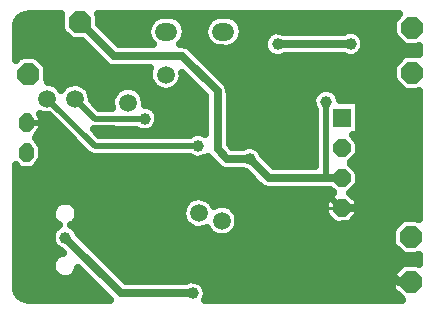
<source format=gbl>
G04 DipTrace 2.4.0.2*
%INBottom.gbl*%
%MOMM*%
%ADD10C,0.25*%
%ADD14C,0.5*%
%ADD15C,0.3*%
%ADD16C,0.7*%
%ADD17C,0.2*%
%ADD20C,0.635*%
%ADD26R,1.6X1.6*%
%ADD27C,1.5*%
%ADD34O,1.9X1.5*%
%ADD35C,1.0*%
%FSLAX53Y53*%
G04*
G71*
G90*
G75*
G01*
%LNBottom*%
%LPD*%
X38544Y21240D2*
D16*
X37224D1*
X32346D1*
X30759Y22826D1*
X28856D1*
X28019Y23663D1*
Y28563D1*
X25036Y31546D1*
X19233D1*
X16376Y34403D1*
X37224Y21240D2*
D14*
Y27672D1*
X39278Y32575D2*
D16*
X33129Y32559D1*
X25936Y11472D2*
X19829D1*
X15129Y16172D1*
X44688Y25230D2*
Y21904D1*
X41488Y18704D1*
X38548D1*
X38544Y18700D1*
X44368Y12432D2*
X43344D1*
X41232Y14544D1*
Y18704D1*
X41488D1*
X38544Y18700D2*
D14*
Y18576D1*
X37200Y19920D1*
X36321D1*
X30673Y14272D1*
X12357Y15966D2*
Y19920D1*
Y20542D1*
X14160Y22345D1*
Y25040D1*
X13284Y25916D1*
X11856D1*
X44688Y25230D2*
D16*
X40497Y29421D1*
X40023D1*
X38068Y31376D1*
X30673Y14272D2*
D14*
X30656D1*
X36304Y19920D2*
X12357D1*
X29329Y24284D2*
D17*
X29359D1*
D16*
Y27103D1*
X38068Y31376D2*
X36421D1*
X29329Y24284D1*
X38544Y18700D2*
D15*
Y18512D1*
X37072Y19984D1*
X21270D1*
D14*
Y22623D1*
X26384Y23952D2*
X17616D1*
X13615Y27953D1*
D17*
X13581D1*
X21840Y26256D2*
D14*
X17616D1*
X15952Y27920D1*
D35*
X15129Y16172D3*
X25936Y11472D3*
X44688Y25230D3*
X30673Y14272D3*
X12357Y15966D3*
X21270Y22623D3*
X26384Y23952D3*
X21840Y26256D3*
X37224Y27672D3*
X30759Y22826D3*
X29359Y27103D3*
X38068Y31376D3*
X29329Y24284D3*
X30673Y14272D3*
X33129Y32559D3*
X39278Y32575D3*
X11095Y34451D2*
D20*
X14699D1*
X18050D2*
X22279D1*
X25115D2*
X27111D1*
X29937D2*
X42847D1*
X10986Y33819D2*
X14729D1*
X18467D2*
X22021D1*
X25363D2*
X26853D1*
X30195D2*
X42837D1*
X10986Y33188D2*
X15244D1*
X19102D2*
X22081D1*
X25313D2*
X26903D1*
X30145D2*
X32072D1*
X40345D2*
X42946D1*
X10986Y32556D2*
X16713D1*
X25264D2*
X27309D1*
X29738D2*
X31893D1*
X40513D2*
X43552D1*
X10986Y31924D2*
X17348D1*
X26166D2*
X32082D1*
X40315D2*
X45020D1*
X13060Y31293D2*
X17973D1*
X26801D2*
X43343D1*
X13615Y30661D2*
X18658D1*
X27427D2*
X42857D1*
X13665Y30029D2*
X22150D1*
X28062D2*
X42837D1*
X13625Y29398D2*
X22269D1*
X24996D2*
X25672D1*
X28697D2*
X42936D1*
X17157Y28766D2*
X19551D1*
X21315D2*
X22805D1*
X24460D2*
X26307D1*
X29083D2*
X36735D1*
X37716D2*
X43532D1*
X17425Y28134D2*
X19054D1*
X21811D2*
X26932D1*
X29103D2*
X36080D1*
X38360D2*
X45020D1*
X17733Y27503D2*
X18945D1*
X21910D2*
X26932D1*
X29103D2*
X36001D1*
X40077D2*
X45020D1*
X22902Y26871D2*
X26932D1*
X29103D2*
X36239D1*
X40077D2*
X45020D1*
X13208Y26239D2*
X13965D1*
X23081D2*
X26932D1*
X29103D2*
X36239D1*
X40077D2*
X45020D1*
X13208Y25608D2*
X14590D1*
X22882D2*
X26932D1*
X29103D2*
X36239D1*
X40077D2*
X45020D1*
X12931Y24976D2*
X15225D1*
X17961D2*
X25752D1*
X29103D2*
X36239D1*
X40077D2*
X45020D1*
X12911Y24344D2*
X15860D1*
X29103D2*
X36239D1*
X39968D2*
X45020D1*
X13208Y23713D2*
X16485D1*
X31594D2*
X36239D1*
X40017D2*
X45020D1*
X13208Y23081D2*
X17249D1*
X32010D2*
X36239D1*
X39888D2*
X45020D1*
X12941Y22449D2*
X27726D1*
X32645D2*
X36239D1*
X39392D2*
X45020D1*
X10986Y21818D2*
X28629D1*
X39958D2*
X45020D1*
X10986Y21186D2*
X30891D1*
X40017D2*
X45020D1*
X10986Y20554D2*
X31526D1*
X39898D2*
X45020D1*
X10986Y19923D2*
X37708D1*
X39382D2*
X45020D1*
X10986Y19291D2*
X14788D1*
X15418D2*
X25404D1*
X27486D2*
X37132D1*
X39958D2*
X45020D1*
X10986Y18659D2*
X14024D1*
X16195D2*
X25017D1*
X29401D2*
X37073D1*
X40017D2*
X45020D1*
X10986Y18028D2*
X13935D1*
X16284D2*
X24978D1*
X29798D2*
X37182D1*
X39908D2*
X45020D1*
X10986Y17396D2*
X14262D1*
X15957D2*
X25256D1*
X29838D2*
X37807D1*
X39283D2*
X43204D1*
X10986Y16764D2*
X14054D1*
X16205D2*
X27161D1*
X29570D2*
X42718D1*
X10986Y16133D2*
X13895D1*
X16681D2*
X42708D1*
X10986Y15501D2*
X14103D1*
X17306D2*
X42807D1*
X10986Y14869D2*
X14709D1*
X17941D2*
X43423D1*
X10986Y14238D2*
X14014D1*
X18576D2*
X45020D1*
X10986Y13606D2*
X13935D1*
X19201D2*
X43224D1*
X10986Y12974D2*
X14282D1*
X15937D2*
X16812D1*
X19836D2*
X42728D1*
X10986Y12343D2*
X17447D1*
X26782D2*
X42708D1*
X11026Y11711D2*
X18082D1*
X27149D2*
X42797D1*
X11512Y11079D2*
X18707D1*
X27109D2*
X43403D1*
X17988Y34474D2*
X17998Y34228D1*
X19660Y32565D1*
X22537Y32569D1*
X22396Y32713D1*
X22224Y32979D1*
X22114Y33277D1*
X22073Y33591D1*
X22103Y33906D1*
X22202Y34207D1*
X22365Y34479D1*
X22584Y34708D1*
X22848Y34883D1*
X23144Y34995D1*
X23496Y35039D1*
X23896Y35029D1*
X23958Y35082D1*
X17916D1*
X17956Y34997D1*
X17988Y34791D1*
Y34474D1*
X16537Y32791D2*
X15987D1*
X15680Y32865D1*
X15512Y32988D1*
X14962Y33538D1*
X14797Y33808D1*
X14765Y34014D1*
X14767Y34803D1*
X14751Y35082D1*
X12055D1*
X11718Y35037D1*
X11463Y34931D1*
X11240Y34760D1*
X11069Y34537D1*
X10962Y34278D1*
X10918Y33940D1*
Y31232D1*
X11128Y31433D1*
X11398Y31598D1*
X11603Y31630D1*
X12381D1*
X12689Y31556D1*
X12857Y31433D1*
X13407Y30883D1*
X13572Y30613D1*
X13604Y30407D1*
X13601Y29618D1*
X13859Y29349D1*
X14161Y29253D1*
X14435Y29092D1*
X14665Y28875D1*
X14771Y28719D1*
X15040Y29012D1*
X15304Y29187D1*
X15600Y29299D1*
X15914Y29342D1*
X16230Y29316D1*
X16532Y29219D1*
X16805Y29059D1*
X17036Y28842D1*
X17213Y28579D1*
X17328Y28284D1*
X17375Y27920D1*
X17363Y27812D1*
X18001Y27176D1*
X19075Y27179D1*
X19009Y27575D1*
X19039Y27890D1*
X19138Y28191D1*
X19301Y28463D1*
X19520Y28692D1*
X19784Y28867D1*
X20080Y28979D1*
X20394Y29022D1*
X20710Y28996D1*
X21012Y28899D1*
X21285Y28739D1*
X21516Y28522D1*
X21693Y28259D1*
X21808Y27964D1*
X21855Y27600D1*
X21836Y27433D1*
X22027Y27414D1*
X22330Y27322D1*
X22597Y27152D1*
X22809Y26917D1*
X22950Y26634D1*
X23013Y26256D1*
X22970Y25942D1*
X22845Y25652D1*
X22647Y25405D1*
X22390Y25220D1*
X22093Y25111D1*
X21777Y25085D1*
X21467Y25144D1*
X21131Y25331D1*
X17558Y25337D1*
X17993Y24880D1*
X25663Y24875D1*
X25948Y25041D1*
X26255Y25118D1*
X26571Y25110D1*
X26874Y25018D1*
X26999Y24938D1*
X26996Y28138D1*
X25044Y30091D1*
X25055Y29968D1*
X25020Y29653D1*
X24916Y29354D1*
X24748Y29085D1*
X24525Y28860D1*
X24257Y28690D1*
X23959Y28583D1*
X23645Y28545D1*
X23329Y28578D1*
X23029Y28679D1*
X22759Y28844D1*
X22532Y29065D1*
X22360Y29331D1*
X22250Y29629D1*
X22209Y29943D1*
X22239Y30258D1*
X22329Y30531D1*
X20273Y30523D1*
X19233D1*
X18920Y30572D1*
X18631Y30721D1*
X18285Y31047D1*
X16538Y32794D1*
X33703Y31541D2*
X33382Y31414D1*
X33067Y31388D1*
X32756Y31448D1*
X32472Y31588D1*
X32236Y31799D1*
X32065Y32066D1*
X31972Y32368D1*
X31963Y32684D1*
X32039Y32992D1*
X32194Y33268D1*
X32417Y33492D1*
X32693Y33648D1*
X33000Y33725D1*
X33316Y33717D1*
X33677Y33588D1*
X38693Y33596D1*
X38841Y33664D1*
X39148Y33741D1*
X39465Y33733D1*
X39767Y33641D1*
X40035Y33471D1*
X40247Y33236D1*
X40388Y32953D1*
X40451Y32575D1*
X40408Y32261D1*
X40283Y31971D1*
X40085Y31724D1*
X39828Y31539D1*
X39531Y31430D1*
X39215Y31404D1*
X38904Y31463D1*
X38718Y31555D1*
X33714Y31538D1*
X25284Y33301D2*
X25180Y33002D1*
X25012Y32733D1*
X24852Y32571D1*
X25036Y32569D1*
X25348Y32520D1*
X25638Y32371D1*
X25983Y32045D1*
X28742Y29286D1*
X28929Y29031D1*
X29028Y28720D1*
X29042Y28245D1*
Y24088D1*
X29283Y23846D1*
X30211Y23851D1*
X30323Y23915D1*
X30630Y23992D1*
X30946Y23984D1*
X31249Y23892D1*
X31516Y23722D1*
X31728Y23487D1*
X31879Y23155D1*
X32767Y22266D1*
X36304Y22263D1*
Y26954D1*
X36160Y27179D1*
X36067Y27481D1*
X36058Y27797D1*
X36134Y28105D1*
X36289Y28381D1*
X36512Y28605D1*
X36788Y28761D1*
X37095Y28838D1*
X37411Y28830D1*
X37714Y28738D1*
X37981Y28568D1*
X38193Y28333D1*
X38334Y28050D1*
X38391Y27793D1*
X40017D1*
Y24847D1*
X39471D1*
X39759Y24562D1*
X39924Y24292D1*
X39956Y24086D1*
Y23474D1*
X39882Y23166D1*
X39759Y22998D1*
X39316Y22558D1*
X39326Y22455D1*
X39759Y22022D1*
X39924Y21752D1*
X39956Y21546D1*
Y20934D1*
X39882Y20626D1*
X39759Y20458D1*
X39265Y19969D1*
X39802Y19435D1*
X39901Y19273D1*
X39951Y19090D1*
X39953Y18330D1*
X39909Y18146D1*
X39815Y17981D1*
X39279Y17442D1*
X39117Y17343D1*
X38934Y17293D1*
X38174Y17291D1*
X37990Y17335D1*
X37825Y17429D1*
X37286Y17965D1*
X37187Y18127D1*
X37137Y18310D1*
X37135Y19070D1*
X37179Y19254D1*
X37273Y19419D1*
X37809Y19958D1*
X37762Y20025D1*
X37573Y20214D1*
X32346Y20217D1*
X32033Y20266D1*
X31743Y20415D1*
X31398Y20741D1*
X30437Y21702D1*
X30200Y21806D1*
X28856Y21803D1*
X28543Y21852D1*
X28254Y22001D1*
X27908Y22327D1*
X27205Y23046D1*
X26637Y22807D1*
X26321Y22781D1*
X26011Y22840D1*
X25675Y23027D1*
X17616Y23029D1*
X17305Y23083D1*
X16994Y23270D1*
X13729Y26534D1*
X13279Y26563D1*
X13026Y26637D1*
X13109Y26466D1*
X13141Y26260D1*
X13129Y25445D1*
X13067Y25266D1*
X12822Y24917D1*
X12620Y24647D1*
X13010Y24119D1*
X13131Y23820D1*
X13141Y23032D1*
X13061Y22718D1*
X12651Y22146D1*
X12411Y21943D1*
X12110Y21872D1*
X11603D1*
X11297Y21945D1*
X11061Y22146D1*
X10934Y22322D1*
X10918Y21896D1*
Y12063D1*
X10963Y11718D1*
X11069Y11462D1*
X11240Y11240D1*
X11463Y11069D1*
X11722Y10962D1*
X12060Y10918D1*
X18935D1*
X16209Y13651D1*
X16185Y13484D1*
X16055Y13196D1*
X15850Y12955D1*
X15585Y12781D1*
X15283Y12688D1*
X14966Y12683D1*
X14661Y12767D1*
X14391Y12932D1*
X14178Y13166D1*
X14039Y13450D1*
X13985Y13762D1*
X14019Y14077D1*
X14141Y14369D1*
X14338Y14616D1*
X14597Y14798D1*
X14946Y14903D1*
X14805Y15049D1*
X14471Y15201D1*
X14236Y15412D1*
X14065Y15678D1*
X13971Y15981D1*
X13962Y16297D1*
X14038Y16604D1*
X14194Y16880D1*
X14417Y17104D1*
X14585Y17213D1*
X14391Y17332D1*
X14178Y17566D1*
X14039Y17850D1*
X13985Y18162D1*
X14019Y18477D1*
X14141Y18769D1*
X14338Y19016D1*
X14597Y19198D1*
X14897Y19300D1*
X15213Y19315D1*
X15520Y19241D1*
X15795Y19085D1*
X16016Y18857D1*
X16164Y18578D1*
X16230Y18197D1*
X16185Y17884D1*
X16055Y17596D1*
X15850Y17355D1*
X15643Y17219D1*
X15886Y17068D1*
X16098Y16833D1*
X16248Y16501D1*
X20251Y12496D1*
X25355Y12495D1*
X25500Y12561D1*
X25807Y12638D1*
X26123Y12630D1*
X26426Y12538D1*
X26693Y12368D1*
X26905Y12133D1*
X27046Y11850D1*
X27109Y11472D1*
X27066Y11158D1*
X26961Y10913D1*
X43472Y10917D1*
X43660D1*
X43510Y11032D1*
X42888Y11671D1*
X42804Y11842D1*
X42771Y12049D1*
X42783Y12941D1*
X42845Y13121D1*
X42968Y13291D1*
X43607Y13913D1*
X43778Y13996D1*
X43985Y14029D1*
X44877Y14017D1*
X45083Y13944D1*
Y14728D1*
X44956Y14677D1*
X44751Y14645D1*
X43985D1*
X43678Y14720D1*
X43510Y14842D1*
X42968Y15384D1*
X42803Y15654D1*
X42771Y15859D1*
Y16625D1*
X42846Y16932D1*
X42968Y17101D1*
X43510Y17642D1*
X43780Y17807D1*
X43985Y17839D1*
X44751D1*
X45083Y17754D1*
Y28559D1*
X44879Y28529D1*
X44113D1*
X43806Y28604D1*
X43638Y28726D1*
X43096Y29268D1*
X42931Y29538D1*
X42899Y29743D1*
Y30509D1*
X42974Y30816D1*
X43096Y30985D1*
X43638Y31526D1*
X43908Y31691D1*
X44113Y31723D1*
X45083Y31724D1*
Y32369D1*
X44879Y32339D1*
X44113D1*
X43806Y32414D1*
X43638Y32536D1*
X43096Y33078D1*
X42931Y33348D1*
X42899Y33553D1*
Y34319D1*
X42974Y34626D1*
X43096Y34795D1*
X43384Y35082D1*
X23958D1*
X23888Y35036D1*
X24174Y35012D1*
X24476Y34915D1*
X24749Y34755D1*
X24980Y34538D1*
X25157Y34275D1*
X25272Y33980D1*
X25319Y33616D1*
X25284Y33301D1*
X28344Y32194D2*
X28019Y32226D1*
X27719Y32327D1*
X27449Y32492D1*
X27222Y32713D1*
X27050Y32979D1*
X26940Y33277D1*
X26899Y33591D1*
X26929Y33906D1*
X27028Y34207D1*
X27191Y34479D1*
X27410Y34708D1*
X27674Y34883D1*
X27970Y34995D1*
X28322Y35039D1*
X28722Y35029D1*
X29000Y35012D1*
X29302Y34915D1*
X29575Y34755D1*
X29806Y34538D1*
X29983Y34275D1*
X30098Y33980D1*
X30145Y33616D1*
X30110Y33301D1*
X30006Y33002D1*
X29838Y32733D1*
X29615Y32508D1*
X29347Y32338D1*
X29049Y32231D1*
X28722Y32193D1*
X28322Y32203D1*
X27099Y16994D2*
X26775Y16871D1*
X26461Y16833D1*
X26145Y16866D1*
X25845Y16967D1*
X25575Y17132D1*
X25348Y17353D1*
X25176Y17619D1*
X25066Y17917D1*
X25025Y18231D1*
X25055Y18546D1*
X25154Y18847D1*
X25317Y19119D1*
X25536Y19348D1*
X25800Y19523D1*
X26096Y19635D1*
X26410Y19678D1*
X26726Y19652D1*
X27028Y19555D1*
X27301Y19395D1*
X27532Y19178D1*
X27720Y18887D1*
X28016Y18995D1*
X28330Y19038D1*
X28646Y19012D1*
X28948Y18915D1*
X29221Y18755D1*
X29452Y18538D1*
X29629Y18275D1*
X29744Y17980D1*
X29791Y17616D1*
X29756Y17301D1*
X29652Y17002D1*
X29484Y16733D1*
X29261Y16508D1*
X28993Y16338D1*
X28695Y16231D1*
X28381Y16193D1*
X28065Y16226D1*
X27765Y16327D1*
X27495Y16492D1*
X27268Y16713D1*
X27092Y16989D1*
X37132Y18700D2*
D10*
X39956D1*
X42772Y12432D2*
X44368D1*
X11856Y25916D2*
X13140D1*
G36*
X15438Y34791D2*
X15987Y35341D1*
X16765D1*
X17315Y34791D1*
Y34014D1*
X16765Y33464D1*
X15987D1*
X15438Y34014D1*
Y34791D1*
G37*
G36*
X11054Y30407D2*
X11603Y30957D1*
X12381D1*
X12931Y30407D1*
Y29630D1*
X12381Y29080D1*
X11603D1*
X11054Y29630D1*
Y30407D1*
G37*
D26*
X38544Y26320D3*
G36*
X37805Y23474D2*
Y24086D1*
X38238Y24519D1*
X38850D1*
X39283Y24086D1*
Y23474D1*
X38850Y23041D1*
X38238D1*
X37805Y23474D1*
G37*
G36*
Y20934D2*
Y21546D1*
X38238Y21979D1*
X38850D1*
X39283Y21546D1*
Y20934D1*
X38850Y20501D1*
X38238D1*
X37805Y20934D1*
G37*
G36*
Y18394D2*
Y19006D1*
X38238Y19439D1*
X38850D1*
X39283Y19006D1*
Y18394D1*
X38850Y17961D1*
X38238D1*
X37805Y18394D1*
G37*
G36*
X45292Y12815D2*
Y12049D1*
X44751Y11508D1*
X43985D1*
X43444Y12049D1*
Y12815D1*
X43985Y13356D1*
X44751D1*
X45292Y12815D1*
G37*
G36*
Y16625D2*
Y15859D1*
X44751Y15318D1*
X43985D1*
X43444Y15859D1*
Y16625D1*
X43985Y17166D1*
X44751D1*
X45292Y16625D1*
G37*
G36*
X43572Y33553D2*
Y34319D1*
X44113Y34860D1*
X44879D1*
X45420Y34319D1*
Y33553D1*
X44879Y33012D1*
X44113D1*
X43572Y33553D1*
G37*
G36*
Y29743D2*
Y30509D1*
X44113Y31050D1*
X44879D1*
X45420Y30509D1*
Y29743D1*
X44879Y29202D1*
X44113D1*
X43572Y29743D1*
G37*
D27*
X23632Y29968D3*
X20432Y27600D3*
X26448Y18256D3*
X28368Y17616D3*
X13581Y27953D3*
X15952Y27920D3*
G36*
X12468Y23720D2*
Y23032D1*
X12110Y22545D1*
X11603D1*
X11244Y23032D1*
Y23720D1*
X11603Y24208D1*
X12110D1*
X12468Y23720D1*
G37*
G36*
Y26260D2*
Y25572D1*
X12110Y25085D1*
X11603D1*
X11244Y25572D1*
Y26260D1*
X11603Y26748D1*
X12110D1*
X12468Y26260D1*
G37*
D34*
X23696Y33616D3*
X28522D3*
M02*

</source>
